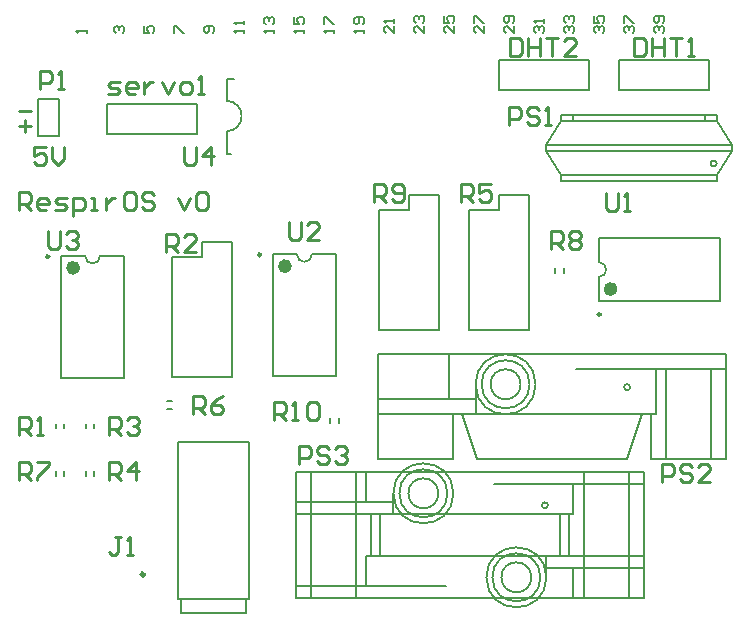
<source format=gbr>
G04 Layer_Color=65535*
%FSLAX45Y45*%
%MOMM*%
%TF.FileFunction,Legend,Top*%
%TF.Part,Single*%
G01*
G75*
%TA.AperFunction,NonConductor*%
%ADD27C,0.20000*%
%ADD43C,0.12700*%
%ADD44C,0.30000*%
%ADD45C,0.60000*%
%ADD46C,0.25000*%
%ADD47C,0.15240*%
%ADD48C,0.25400*%
D27*
X4254500Y4578998D02*
G03*
X4381500Y4578998I63500J0D01*
G01*
X6810000Y4386500D02*
G03*
X6810000Y4513500I0J63500D01*
G01*
X2461500Y4565000D02*
G03*
X2588500Y4565000I63500J0D01*
G01*
X3405998Y5598003D02*
Y5852003D01*
X2643998Y5598003D02*
X3405998D01*
X2643998D02*
Y5852003D01*
X3405998D01*
X2060001Y5890001D02*
X2240001D01*
X2060001Y5583001D02*
Y5890001D01*
Y5583001D02*
X2240001D01*
Y5890001D01*
X6985000Y5969000D02*
Y6223000D01*
X7747000D01*
Y5969000D02*
Y6223000D01*
X6985000Y5969000D02*
X7747000D01*
X2538999Y2704998D02*
Y2744998D01*
X2469002Y2704998D02*
Y2744998D01*
X2281001Y3105003D02*
Y3145003D01*
X2210999Y3105003D02*
Y3145003D01*
X2281001Y2704998D02*
Y2744998D01*
X2210999Y2704998D02*
Y2744998D01*
X2538999Y3105003D02*
Y3145003D01*
X2469002Y3105003D02*
Y3145003D01*
X4053002Y3549000D02*
X4582998D01*
X4381500Y4579000D02*
X4582998D01*
X4053002D02*
X4254500D01*
X4582998Y3549000D02*
Y4579000D01*
X4053002Y3549000D02*
Y4579000D01*
X4537004Y3155000D02*
Y3195000D01*
X4607001Y3155000D02*
Y3195000D01*
X6511996Y4425000D02*
Y4465000D01*
X6441999Y4425000D02*
Y4465000D01*
X5715000Y3937000D02*
Y4953000D01*
X5969000D01*
Y5080000D01*
X6223000D01*
Y3937000D02*
Y5080000D01*
X5715000Y3937000D02*
X6223000D01*
X4953000D02*
Y4953000D01*
X5207000D01*
Y5080000D01*
X5461000D01*
Y3937000D02*
Y5080000D01*
X4953000Y3937000D02*
X5461000D01*
X7840000Y4185001D02*
Y4715002D01*
X6809999Y4513499D02*
Y4715002D01*
Y4185001D02*
Y4386499D01*
Y4715002D02*
X7840000D01*
X6809999Y4185001D02*
X7840000D01*
X3155000Y3337001D02*
X3195000D01*
X3155000Y3266999D02*
X3195000D01*
X3196001Y3538002D02*
Y4554002D01*
X3450001D01*
Y4681002D01*
X3704001D01*
Y3538002D02*
Y4681002D01*
X3196001Y3538002D02*
X3704001D01*
X2260001Y3534999D02*
X2790002D01*
X2588499Y4565000D02*
X2790002D01*
X2260001D02*
X2461499D01*
X2790002Y3534999D02*
Y4565000D01*
X2260001Y3534999D02*
Y4565000D01*
X6731000Y5969000D02*
Y6223000D01*
X5969000Y5969000D02*
X6731000D01*
X5969000D02*
Y6223000D01*
X6731000D01*
D43*
X3664000Y5623000D02*
G03*
X3786000Y5745000I0J122000D01*
G01*
Y5755000D02*
G03*
X3664000Y5877000I-122000J0D01*
G01*
X3664001Y5432501D02*
X3694999D01*
X3664001Y6067501D02*
X3722502D01*
X3664001Y5877001D02*
Y6067501D01*
Y5432501D02*
Y5623001D01*
X3275000Y1540002D02*
Y1660002D01*
Y1540002D02*
X3825001D01*
Y1660002D01*
X3850000D01*
Y2990002D01*
X3250001D02*
X3850000D01*
X3250001Y1660002D02*
Y2990002D01*
Y1660002D02*
X3825001D01*
X4753798Y1666601D02*
Y2733401D01*
X4372798Y1666601D02*
Y2733401D01*
X6684198Y1666601D02*
Y2733401D01*
X7065198Y1666601D02*
Y2733401D01*
D44*
X2965000Y1870000D02*
G03*
X2965000Y1870000I-15000J0D01*
G01*
D45*
X4183000Y4478998D02*
G03*
X4183000Y4478998I-30000J0D01*
G01*
X6940000Y4285000D02*
G03*
X6940000Y4285000I-30000J0D01*
G01*
X2390000Y4465000D02*
G03*
X2390000Y4465000I-30000J0D01*
G01*
D46*
X3949500Y4574998D02*
G03*
X3949500Y4574998I-12500J0D01*
G01*
X6826500Y4069000D02*
G03*
X6826500Y4069000I-12500J0D01*
G01*
X2156500Y4561000D02*
G03*
X2156500Y4561000I-12500J0D01*
G01*
D47*
X7075400Y3453600D02*
G03*
X7075400Y3453600I-25400J0D01*
G01*
X6148300Y3479000D02*
G03*
X5894300Y3479000I-127000J0D01*
G01*
D02*
G03*
X6148300Y3479000I127000J0D01*
G01*
X6275300D02*
G03*
X5767300Y3479000I-254000J0D01*
G01*
D02*
G03*
X6275300Y3479000I254000J0D01*
G01*
X6224500D02*
G03*
X5818100Y3479000I-203200J0D01*
G01*
D02*
G03*
X6224500Y3479000I203200J0D01*
G01*
X7808400Y5348000D02*
G03*
X7808400Y5348000I-25400J0D01*
G01*
X6379400Y2454000D02*
G03*
X6379400Y2454000I-25400J0D01*
G01*
X5985700Y1844400D02*
G03*
X6239700Y1844400I127000J0D01*
G01*
D02*
G03*
X5985700Y1844400I-127000J0D01*
G01*
X5858700D02*
G03*
X6366700Y1844400I254000J0D01*
G01*
D02*
G03*
X5858700Y1844400I-254000J0D01*
G01*
X5909500D02*
G03*
X6315900Y1844400I203200J0D01*
G01*
D02*
G03*
X5909500Y1844400I-203200J0D01*
G01*
X5452300Y2555600D02*
G03*
X5198300Y2555600I-127000J0D01*
G01*
D02*
G03*
X5452300Y2555600I127000J0D01*
G01*
X5579300D02*
G03*
X5071300Y2555600I-254000J0D01*
G01*
D02*
G03*
X5579300Y2555600I254000J0D01*
G01*
X5528500D02*
G03*
X5122100Y2555600I-203200J0D01*
G01*
D02*
G03*
X5528500Y2555600I203200J0D01*
G01*
X7380199Y2844002D02*
Y3606002D01*
X7761199Y2844002D02*
Y3606002D01*
X7291299Y3225002D02*
Y3606002D01*
X6618199D02*
X7291299D01*
X7380199D01*
X7761199D01*
X7888199D01*
X5538699Y3352002D02*
Y3733002D01*
X4941799Y3352002D02*
X5538699D01*
X5767299D01*
Y3225002D02*
Y3352002D01*
Y3479002D01*
X5652999Y3225002D02*
X5779999Y2844002D01*
X7049999D02*
X7176999Y3225002D01*
X5779999Y2844002D02*
X7049999D01*
X7253199D02*
Y3225002D01*
Y2844002D02*
X7380199D01*
X7761199D01*
X7888199D01*
Y3606002D01*
X5576799Y2844002D02*
Y3225002D01*
X4941799Y2844002D02*
X5576799D01*
X4941799D02*
Y3225002D01*
X7888199Y3606002D02*
Y3733002D01*
X5538699D02*
X7888199D01*
X4941799D02*
X5538699D01*
X4941799Y3352002D02*
Y3733002D01*
Y3225002D02*
Y3352002D01*
Y3225002D02*
X5576799D01*
X5652999D01*
X5767299D01*
X7176999D01*
X7253199D01*
X7291299D01*
X7253199Y2844002D02*
Y3225002D01*
X5576799Y2844002D02*
Y3225002D01*
X6360602Y5449600D02*
X6487602Y5246400D01*
X6360602Y5500400D02*
X6487602Y5703600D01*
X7808402D02*
X7935402Y5500400D01*
X7808402Y5246400D02*
X7935402Y5449600D01*
X7706802Y5703600D02*
Y5754400D01*
X6589202Y5703600D02*
Y5754400D01*
X7706802Y5703600D02*
X7808402D01*
X6589202D02*
X7706802D01*
X6487602D02*
X6589202D01*
X6487602D02*
Y5754400D01*
X6589202D01*
X7706802D01*
X7808402D01*
Y5703600D02*
Y5754400D01*
X6487602Y5246400D02*
X7808402D01*
X6487602Y5195600D02*
X7808402D01*
X6360602Y5449600D02*
X7935402D01*
X6360602D02*
Y5500400D01*
X7935402D01*
Y5449600D02*
Y5500400D01*
X6487602Y5195600D02*
Y5246400D01*
X7808402Y5195600D02*
Y5246400D01*
X4245798Y1768201D02*
X4855398D01*
X6582598Y2631801D02*
X7192198D01*
X4842698Y1768201D02*
Y2022201D01*
X4855398Y1768201D02*
X5515798D01*
X4842698D02*
X4855398D01*
X6595298Y1666601D02*
Y1920601D01*
X7192198D01*
X6366698D02*
X6595298D01*
X6366698D02*
Y2022201D01*
Y1844401D02*
Y1920601D01*
X6480998Y2022201D02*
Y2377801D01*
X4956998Y2022201D02*
Y2377801D01*
X4880798Y2022201D02*
Y2200001D01*
X4245798Y1768201D02*
Y2377801D01*
Y1666601D02*
Y1768201D01*
X6557198Y2022201D02*
Y2200001D01*
X7192198Y2022201D02*
Y2631801D01*
Y2733401D01*
X4245798Y1666601D02*
X4372798D01*
X4753798D01*
X6595298D01*
X6684198D01*
X7065198D01*
X7192198D01*
Y1920601D01*
Y2022201D01*
X6557198D02*
X7192198D01*
X6480998D02*
X6557198D01*
X6366698D02*
X6480998D01*
X4956998D02*
X6366698D01*
X4880798D02*
X4956998D01*
X4842698D02*
X4880798D01*
Y2200001D01*
X6557198Y2022201D02*
Y2200001D01*
X6595298Y2377801D02*
Y2631801D01*
X5922198D02*
X6582598D01*
X6595298D01*
X4842698Y2479401D02*
Y2733401D01*
X4245798Y2479401D02*
X4842698D01*
X5071298D01*
Y2377801D02*
Y2479401D01*
Y2555601D01*
X6557198Y2200001D02*
Y2377801D01*
X4880798Y2200001D02*
Y2377801D01*
X7065198Y2733401D02*
X7192198D01*
X6684198D02*
X7065198D01*
X4842698D02*
X6684198D01*
X4753798D02*
X4842698D01*
X4372798D02*
X4753798D01*
X4245798D02*
X4372798D01*
X4245798Y2479401D02*
Y2733401D01*
Y2377801D02*
Y2479401D01*
Y2377801D02*
X4880798D01*
X4956998D01*
X5071298D01*
X6480998D01*
X6557198D01*
X6595298D01*
X6557198Y2200001D02*
Y2377801D01*
X4880798Y2200001D02*
Y2377801D01*
X2476500Y6452000D02*
Y6481624D01*
Y6466812D01*
X2387629D01*
X2402441Y6452000D01*
X2719941D02*
X2705129Y6466812D01*
Y6496436D01*
X2719941Y6511248D01*
X2734752D01*
X2749564Y6496436D01*
Y6481624D01*
Y6496436D01*
X2764376Y6511248D01*
X2779188D01*
X2794000Y6496436D01*
Y6466812D01*
X2779188Y6452000D01*
X2959129Y6511248D02*
Y6452000D01*
X3003564D01*
X2988752Y6481624D01*
Y6496436D01*
X3003564Y6511248D01*
X3033188D01*
X3048000Y6496436D01*
Y6466812D01*
X3033188Y6452000D01*
X3213129D02*
Y6511248D01*
X3227941D01*
X3287188Y6452000D01*
X3302000D01*
X3541188D02*
X3556000Y6466812D01*
Y6496436D01*
X3541188Y6511248D01*
X3481941D01*
X3467129Y6496436D01*
Y6466812D01*
X3481941Y6452000D01*
X3496752D01*
X3511564Y6466812D01*
Y6511248D01*
X3810000Y6452000D02*
Y6481624D01*
Y6466812D01*
X3721129D01*
X3735941Y6452000D01*
X3810000Y6526059D02*
Y6555683D01*
Y6540871D01*
X3721129D01*
X3735941Y6526059D01*
X4064000Y6452000D02*
Y6481624D01*
Y6466812D01*
X3975129D01*
X3989941Y6452000D01*
Y6526059D02*
X3975129Y6540871D01*
Y6570495D01*
X3989941Y6585307D01*
X4004752D01*
X4019564Y6570495D01*
Y6555683D01*
Y6570495D01*
X4034376Y6585307D01*
X4049188D01*
X4064000Y6570495D01*
Y6540871D01*
X4049188Y6526059D01*
X4318000Y6452000D02*
Y6481624D01*
Y6466812D01*
X4229129D01*
X4243941Y6452000D01*
X4229129Y6585307D02*
Y6526059D01*
X4273564D01*
X4258752Y6555683D01*
Y6570495D01*
X4273564Y6585307D01*
X4303188D01*
X4318000Y6570495D01*
Y6540871D01*
X4303188Y6526059D01*
X4572000Y6452000D02*
Y6481624D01*
Y6466812D01*
X4483129D01*
X4497941Y6452000D01*
X4483129Y6526059D02*
Y6585307D01*
X4497941D01*
X4557188Y6526059D01*
X4572000D01*
X4826000Y6452000D02*
Y6481624D01*
Y6466812D01*
X4737129D01*
X4751941Y6452000D01*
X4811188Y6526059D02*
X4826000Y6540871D01*
Y6570495D01*
X4811188Y6585307D01*
X4751941D01*
X4737129Y6570495D01*
Y6540871D01*
X4751941Y6526059D01*
X4766752D01*
X4781564Y6540871D01*
Y6585307D01*
X5080000Y6511248D02*
Y6452000D01*
X5020752Y6511248D01*
X5005941D01*
X4991129Y6496436D01*
Y6466812D01*
X5005941Y6452000D01*
X5080000Y6540871D02*
Y6570495D01*
Y6555683D01*
X4991129D01*
X5005941Y6540871D01*
X5334000Y6511248D02*
Y6452000D01*
X5274752Y6511248D01*
X5259941D01*
X5245129Y6496436D01*
Y6466812D01*
X5259941Y6452000D01*
Y6540871D02*
X5245129Y6555683D01*
Y6585307D01*
X5259941Y6600119D01*
X5274752D01*
X5289564Y6585307D01*
Y6570495D01*
Y6585307D01*
X5304376Y6600119D01*
X5319188D01*
X5334000Y6585307D01*
Y6555683D01*
X5319188Y6540871D01*
X5588000Y6511248D02*
Y6452000D01*
X5528752Y6511248D01*
X5513941D01*
X5499129Y6496436D01*
Y6466812D01*
X5513941Y6452000D01*
X5499129Y6600119D02*
Y6540871D01*
X5543564D01*
X5528752Y6570495D01*
Y6585307D01*
X5543564Y6600119D01*
X5573188D01*
X5588000Y6585307D01*
Y6555683D01*
X5573188Y6540871D01*
X5842000Y6511248D02*
Y6452000D01*
X5782752Y6511248D01*
X5767941D01*
X5753129Y6496436D01*
Y6466812D01*
X5767941Y6452000D01*
X5753129Y6540871D02*
Y6600119D01*
X5767941D01*
X5827188Y6540871D01*
X5842000D01*
X6096000Y6511248D02*
Y6452000D01*
X6036752Y6511248D01*
X6021941D01*
X6007129Y6496436D01*
Y6466812D01*
X6021941Y6452000D01*
X6081188Y6540871D02*
X6096000Y6555683D01*
Y6585307D01*
X6081188Y6600119D01*
X6021941D01*
X6007129Y6585307D01*
Y6555683D01*
X6021941Y6540871D01*
X6036752D01*
X6051564Y6555683D01*
Y6600119D01*
X6275941Y6452000D02*
X6261129Y6466812D01*
Y6496436D01*
X6275941Y6511248D01*
X6290752D01*
X6305564Y6496436D01*
Y6481624D01*
Y6496436D01*
X6320376Y6511248D01*
X6335188D01*
X6350000Y6496436D01*
Y6466812D01*
X6335188Y6452000D01*
X6350000Y6540871D02*
Y6570495D01*
Y6555683D01*
X6261129D01*
X6275941Y6540871D01*
X6529941Y6452000D02*
X6515129Y6466812D01*
Y6496436D01*
X6529941Y6511248D01*
X6544752D01*
X6559564Y6496436D01*
Y6481624D01*
Y6496436D01*
X6574376Y6511248D01*
X6589188D01*
X6604000Y6496436D01*
Y6466812D01*
X6589188Y6452000D01*
X6529941Y6540871D02*
X6515129Y6555683D01*
Y6585307D01*
X6529941Y6600119D01*
X6544752D01*
X6559564Y6585307D01*
Y6570495D01*
Y6585307D01*
X6574376Y6600119D01*
X6589188D01*
X6604000Y6585307D01*
Y6555683D01*
X6589188Y6540871D01*
X6783941Y6452000D02*
X6769129Y6466812D01*
Y6496436D01*
X6783941Y6511248D01*
X6798752D01*
X6813564Y6496436D01*
Y6481624D01*
Y6496436D01*
X6828376Y6511248D01*
X6843188D01*
X6858000Y6496436D01*
Y6466812D01*
X6843188Y6452000D01*
X6769129Y6600119D02*
Y6540871D01*
X6813564D01*
X6798752Y6570495D01*
Y6585307D01*
X6813564Y6600119D01*
X6843188D01*
X6858000Y6585307D01*
Y6555683D01*
X6843188Y6540871D01*
X7037941Y6452000D02*
X7023129Y6466812D01*
Y6496436D01*
X7037941Y6511248D01*
X7052752D01*
X7067564Y6496436D01*
Y6481624D01*
Y6496436D01*
X7082376Y6511248D01*
X7097188D01*
X7112000Y6496436D01*
Y6466812D01*
X7097188Y6452000D01*
X7023129Y6540871D02*
Y6600119D01*
X7037941D01*
X7097188Y6540871D01*
X7112000D01*
X7291941Y6452000D02*
X7277129Y6466812D01*
Y6496436D01*
X7291941Y6511248D01*
X7306752D01*
X7321564Y6496436D01*
Y6481624D01*
Y6496436D01*
X7336376Y6511248D01*
X7351188D01*
X7366000Y6496436D01*
Y6466812D01*
X7351188Y6452000D01*
Y6540871D02*
X7366000Y6555683D01*
Y6585307D01*
X7351188Y6600119D01*
X7291941D01*
X7277129Y6585307D01*
Y6555683D01*
X7291941Y6540871D01*
X7306752D01*
X7321564Y6555683D01*
Y6600119D01*
D48*
X7112000Y6413451D02*
Y6261100D01*
X7188175D01*
X7213567Y6286492D01*
Y6388059D01*
X7188175Y6413451D01*
X7112000D01*
X7264351D02*
Y6261100D01*
Y6337275D01*
X7365918D01*
Y6413451D01*
Y6261100D01*
X7416701Y6413451D02*
X7518269D01*
X7467485D01*
Y6261100D01*
X7569052D02*
X7619836D01*
X7594444D01*
Y6413451D01*
X7569052Y6388059D01*
X6050000Y5675000D02*
Y5827351D01*
X6126175D01*
X6151567Y5801959D01*
Y5751175D01*
X6126175Y5725784D01*
X6050000D01*
X6303918Y5801959D02*
X6278526Y5827351D01*
X6227743D01*
X6202351Y5801959D01*
Y5776567D01*
X6227743Y5751175D01*
X6278526D01*
X6303918Y5725784D01*
Y5700392D01*
X6278526Y5675000D01*
X6227743D01*
X6202351Y5700392D01*
X6354702Y5675000D02*
X6405485D01*
X6380093D01*
Y5827351D01*
X6354702Y5801959D01*
X7350000Y2650000D02*
Y2802351D01*
X7426175D01*
X7451567Y2776959D01*
Y2726175D01*
X7426175Y2700784D01*
X7350000D01*
X7603918Y2776959D02*
X7578526Y2802351D01*
X7527743D01*
X7502351Y2776959D01*
Y2751567D01*
X7527743Y2726175D01*
X7578526D01*
X7603918Y2700784D01*
Y2675392D01*
X7578526Y2650000D01*
X7527743D01*
X7502351Y2675392D01*
X7756269Y2650000D02*
X7654701D01*
X7756269Y2751567D01*
Y2776959D01*
X7730877Y2802351D01*
X7680093D01*
X7654701Y2776959D01*
X4275000Y2800000D02*
Y2952351D01*
X4351175D01*
X4376567Y2926959D01*
Y2876175D01*
X4351175Y2850783D01*
X4275000D01*
X4528918Y2926959D02*
X4503526Y2952351D01*
X4452743D01*
X4427351Y2926959D01*
Y2901567D01*
X4452743Y2876175D01*
X4503526D01*
X4528918Y2850783D01*
Y2825392D01*
X4503526Y2800000D01*
X4452743D01*
X4427351Y2825392D01*
X4579702Y2926959D02*
X4605093Y2952351D01*
X4655877D01*
X4681269Y2926959D01*
Y2901567D01*
X4655877Y2876175D01*
X4630485D01*
X4655877D01*
X4681269Y2850783D01*
Y2825392D01*
X4655877Y2800000D01*
X4605093D01*
X4579702Y2825392D01*
X1905000Y3048000D02*
Y3200351D01*
X1981175D01*
X2006567Y3174959D01*
Y3124175D01*
X1981175Y3098783D01*
X1905000D01*
X1955783D02*
X2006567Y3048000D01*
X2057351D02*
X2108134D01*
X2082743D01*
Y3200351D01*
X2057351Y3174959D01*
X3150000Y4600000D02*
Y4752350D01*
X3226176D01*
X3251568Y4726959D01*
Y4676175D01*
X3226176Y4650783D01*
X3150000D01*
X3200784D02*
X3251568Y4600000D01*
X3403918D02*
X3302351D01*
X3403918Y4701567D01*
Y4726959D01*
X3378526Y4752350D01*
X3327743D01*
X3302351Y4726959D01*
X2667000Y3048000D02*
Y3200351D01*
X2743175D01*
X2768567Y3174959D01*
Y3124175D01*
X2743175Y3098783D01*
X2667000D01*
X2717783D02*
X2768567Y3048000D01*
X2819351Y3174959D02*
X2844743Y3200351D01*
X2895526D01*
X2920918Y3174959D01*
Y3149567D01*
X2895526Y3124175D01*
X2870134D01*
X2895526D01*
X2920918Y3098783D01*
Y3073392D01*
X2895526Y3048000D01*
X2844743D01*
X2819351Y3073392D01*
X2667000Y2667000D02*
Y2819351D01*
X2743175D01*
X2768567Y2793959D01*
Y2743175D01*
X2743175Y2717783D01*
X2667000D01*
X2717783D02*
X2768567Y2667000D01*
X2895526D02*
Y2819351D01*
X2819351Y2743175D01*
X2920918D01*
X5644000Y5024002D02*
Y5176353D01*
X5720175D01*
X5745567Y5150961D01*
Y5100178D01*
X5720175Y5074786D01*
X5644000D01*
X5694783D02*
X5745567Y5024002D01*
X5897918Y5176353D02*
X5796350D01*
Y5100178D01*
X5847134Y5125569D01*
X5872526D01*
X5897918Y5100178D01*
Y5049394D01*
X5872526Y5024002D01*
X5821742D01*
X5796350Y5049394D01*
X3378200Y3225800D02*
Y3378151D01*
X3454375D01*
X3479767Y3352759D01*
Y3301975D01*
X3454375Y3276583D01*
X3378200D01*
X3428983D02*
X3479767Y3225800D01*
X3632118Y3378151D02*
X3581334Y3352759D01*
X3530551Y3301975D01*
Y3251192D01*
X3555943Y3225800D01*
X3606726D01*
X3632118Y3251192D01*
Y3276583D01*
X3606726Y3301975D01*
X3530551D01*
X1905000Y2667000D02*
Y2819351D01*
X1981175D01*
X2006567Y2793959D01*
Y2743175D01*
X1981175Y2717783D01*
X1905000D01*
X1955783D02*
X2006567Y2667000D01*
X2057351Y2819351D02*
X2158918D01*
Y2793959D01*
X2057351Y2692392D01*
Y2667000D01*
X6402000Y4620000D02*
Y4772350D01*
X6478175D01*
X6503567Y4746959D01*
Y4696175D01*
X6478175Y4670783D01*
X6402000D01*
X6452783D02*
X6503567Y4620000D01*
X6554350Y4746959D02*
X6579742Y4772350D01*
X6630526D01*
X6655918Y4746959D01*
Y4721567D01*
X6630526Y4696175D01*
X6655918Y4670783D01*
Y4645392D01*
X6630526Y4620000D01*
X6579742D01*
X6554350Y4645392D01*
Y4670783D01*
X6579742Y4696175D01*
X6554350Y4721567D01*
Y4746959D01*
X6579742Y4696175D02*
X6630526D01*
X4907000Y5024002D02*
Y5176352D01*
X4983175D01*
X5008567Y5150960D01*
Y5100177D01*
X4983175Y5074785D01*
X4907000D01*
X4957783D02*
X5008567Y5024002D01*
X5059351Y5049394D02*
X5084742Y5024002D01*
X5135526D01*
X5160918Y5049394D01*
Y5150960D01*
X5135526Y5176352D01*
X5084742D01*
X5059351Y5150960D01*
Y5125569D01*
X5084742Y5100177D01*
X5160918D01*
X4064000Y3175000D02*
Y3327351D01*
X4140175D01*
X4165567Y3301959D01*
Y3251175D01*
X4140175Y3225783D01*
X4064000D01*
X4114783D02*
X4165567Y3175000D01*
X4216351D02*
X4267134D01*
X4241743D01*
Y3327351D01*
X4216351Y3301959D01*
X4343310D02*
X4368701Y3327351D01*
X4419485D01*
X4444877Y3301959D01*
Y3200392D01*
X4419485Y3175000D01*
X4368701D01*
X4343310Y3200392D01*
Y3301959D01*
X2658460Y5938240D02*
X2734635D01*
X2760027Y5963632D01*
X2734635Y5989024D01*
X2683852D01*
X2658460Y6014415D01*
X2683852Y6039807D01*
X2760027D01*
X2886986Y5938240D02*
X2836203D01*
X2810811Y5963632D01*
Y6014415D01*
X2836203Y6039807D01*
X2886986D01*
X2912378Y6014415D01*
Y5989024D01*
X2810811D01*
X2963161Y6039807D02*
Y5938240D01*
Y5989024D01*
X2988553Y6014415D01*
X3013945Y6039807D01*
X3039337D01*
X3115512D02*
X3166296Y5938240D01*
X3217079Y6039807D01*
X3293255Y5938240D02*
X3344038D01*
X3369430Y5963632D01*
Y6014415D01*
X3344038Y6039807D01*
X3293255D01*
X3267863Y6014415D01*
Y5963632D01*
X3293255Y5938240D01*
X3420214D02*
X3470997D01*
X3445606D01*
Y6090591D01*
X3420214Y6065199D01*
X3302000Y5486351D02*
Y5359392D01*
X3327392Y5334000D01*
X3378175D01*
X3403567Y5359392D01*
Y5486351D01*
X3530526Y5334000D02*
Y5486351D01*
X3454351Y5410175D01*
X3555918D01*
X2768567Y2184351D02*
X2717783D01*
X2743175D01*
Y2057392D01*
X2717783Y2032000D01*
X2692392D01*
X2667000Y2057392D01*
X2819351Y2032000D02*
X2870134D01*
X2844743D01*
Y2184351D01*
X2819351Y2158959D01*
X6875000Y5102351D02*
Y4975392D01*
X6900392Y4950000D01*
X6951175D01*
X6976567Y4975392D01*
Y5102351D01*
X7027351Y4950000D02*
X7078134D01*
X7052743D01*
Y5102351D01*
X7027351Y5076959D01*
X4191000Y4851351D02*
Y4724392D01*
X4216392Y4699000D01*
X4267175D01*
X4292567Y4724392D01*
Y4851351D01*
X4444918Y4699000D02*
X4343351D01*
X4444918Y4800567D01*
Y4825959D01*
X4419526Y4851351D01*
X4368743D01*
X4343351Y4825959D01*
X2150000Y4777351D02*
Y4650392D01*
X2175392Y4625000D01*
X2226176D01*
X2251568Y4650392D01*
Y4777351D01*
X2302351Y4751959D02*
X2327743Y4777351D01*
X2378526D01*
X2403918Y4751959D01*
Y4726567D01*
X2378526Y4701175D01*
X2353134D01*
X2378526D01*
X2403918Y4675783D01*
Y4650392D01*
X2378526Y4625000D01*
X2327743D01*
X2302351Y4650392D01*
X2076120Y5976480D02*
Y6128831D01*
X2152295D01*
X2177687Y6103439D01*
Y6052655D01*
X2152295Y6027264D01*
X2076120D01*
X2228471Y5976480D02*
X2279254D01*
X2253863D01*
Y6128831D01*
X2228471Y6103439D01*
X6057900Y6413451D02*
Y6261100D01*
X6134075D01*
X6159467Y6286492D01*
Y6388059D01*
X6134075Y6413451D01*
X6057900D01*
X6210251D02*
Y6261100D01*
Y6337275D01*
X6311818D01*
Y6413451D01*
Y6261100D01*
X6362601Y6413451D02*
X6464169D01*
X6413385D01*
Y6261100D01*
X6616519D02*
X6514952D01*
X6616519Y6362667D01*
Y6388059D01*
X6591128Y6413451D01*
X6540344D01*
X6514952Y6388059D01*
X1905000Y5791175D02*
X2006567D01*
X1905000Y5664175D02*
X2006567D01*
X1955783Y5714959D02*
Y5613392D01*
X2133567Y5486351D02*
X2032000D01*
Y5410175D01*
X2082783Y5435567D01*
X2108175D01*
X2133567Y5410175D01*
Y5359392D01*
X2108175Y5334000D01*
X2057392D01*
X2032000Y5359392D01*
X2184351Y5486351D02*
Y5384783D01*
X2235134Y5334000D01*
X2285918Y5384783D01*
Y5486351D01*
X1905000Y4953000D02*
Y5105351D01*
X1981175D01*
X2006567Y5079959D01*
Y5029175D01*
X1981175Y5003783D01*
X1905000D01*
X1955783D02*
X2006567Y4953000D01*
X2133526D02*
X2082743D01*
X2057351Y4978392D01*
Y5029175D01*
X2082743Y5054567D01*
X2133526D01*
X2158918Y5029175D01*
Y5003783D01*
X2057351D01*
X2209701Y4953000D02*
X2285877D01*
X2311269Y4978392D01*
X2285877Y5003783D01*
X2235093D01*
X2209701Y5029175D01*
X2235093Y5054567D01*
X2311269D01*
X2362052Y4902217D02*
Y5054567D01*
X2438228D01*
X2463619Y5029175D01*
Y4978392D01*
X2438228Y4953000D01*
X2362052D01*
X2514403D02*
X2565186D01*
X2539795D01*
Y5054567D01*
X2514403D01*
X2641362D02*
Y4953000D01*
Y5003783D01*
X2666754Y5029175D01*
X2692145Y5054567D01*
X2717537D01*
X2869888Y5105351D02*
X2819104D01*
X2793712Y5079959D01*
Y4978392D01*
X2819104Y4953000D01*
X2869888D01*
X2895280Y4978392D01*
Y5079959D01*
X2869888Y5105351D01*
X3047630Y5079959D02*
X3022239Y5105351D01*
X2971455D01*
X2946063Y5079959D01*
Y5054567D01*
X2971455Y5029175D01*
X3022239D01*
X3047630Y5003783D01*
Y4978392D01*
X3022239Y4953000D01*
X2971455D01*
X2946063Y4978392D01*
X3250765Y5054567D02*
X3301548Y4953000D01*
X3352332Y5054567D01*
X3403115Y5079959D02*
X3428507Y5105351D01*
X3479291D01*
X3504683Y5079959D01*
Y4978392D01*
X3479291Y4953000D01*
X3428507D01*
X3403115Y4978392D01*
Y5079959D01*
%TF.MD5,7f47f5b79506fe6bb3a149e6ab0d0ec9*%
M02*

</source>
